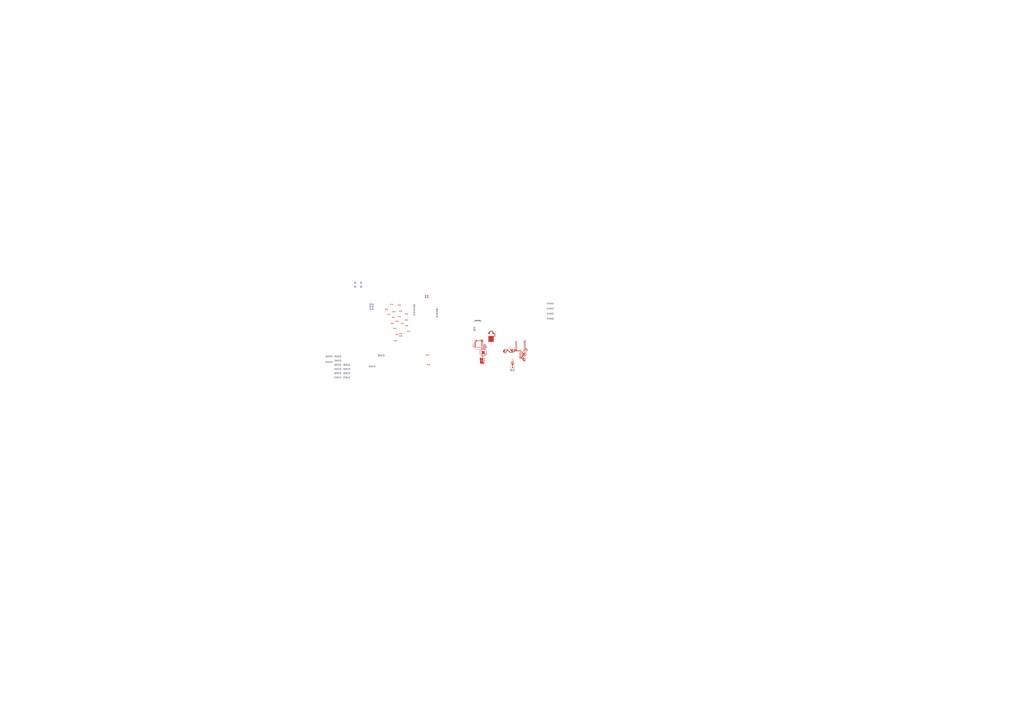
<source format=kicad_pcb>
(kicad_pcb (version 20241229) (generator "pcbnew") (generator_version "9.0")
  (layers (0 "F.Cu" signal) (2 "B.Cu" signal) (13 "F.Paste" user) (15 "B.Paste" user) (5 "F.SilkS" user "F.Silkscreen") (7 "B.SilkS" user "B.Silkscreen") (1 "F.Mask" user) (3 "B.Mask" user) (25 "Edge.Cuts" user))
  (net 0 "")
  (net 1 "GND")
  (net 2 "VBUS")
  (net 3 "+3V3")
  (net 4 "Net-(U1-VREG_VOUT)")
  (net 5 "+1V1")
  (net 6 "Net-(C15-Pad2)")
  (net 7 "/clock/XIN")
  (net 8 "Net-(C17-Pad1)")
  (net 9 "Net-(D1-A)")
  (net 10 "Net-(U5-OSC1)")
  (net 11 "Net-(U4-VREF)")
  (net 12 "Net-(D2-K)")
  (net 13 "Net-(D2-A)")
  (net 14 "Net-(D3-K)")
  (net 16 "/usb/USB_D-")
  (net 20 "/usb/USB_D+")
  (net 21 "Net-(J2-Pin_1)")
  (net 22 "/SWCLK")
  (net 23 "/RESET")
  (net 24 "/SWD")
  (net 25 "/can/CANL")
  (net 26 "/can/CANH")
  (net 27 "/can/CLKOUT")
  (net 28 "/SPI1_SCK")
  (net 29 "/SPI1_TX")
  (net 30 "/SPI1_RX")
  (net 31 "/SPI1_CSn")
  (net 32 "/I2C1_SDA")
  (net 33 "/I2C1_SCL")
  (net 34 "/PWM0")
  (net 35 "/PWM1")
  (net 36 "/PWM2")
  (net 37 "/PWM3")
  (net 38 "/ADC0")
  (net 39 "/ADC1")
  (net 40 "/ADC2")
  (net 41 "/ADC3")
  (net 42 "/GPIO0")
  (net 43 "/GPIO1")
  (net 44 "/GPIO2")
  (net 45 "/GPIO3")
  (net 46 "/GPIO4")
  (net 47 "/GPIO5")
  (net 48 "/GPIO6")
  (net 49 "/GPIO7")
  (net 50 "/GPIO12")
  (net 51 "/GPIO13")
  (net 52 "/storage/QSPI_SS")
  (net 53 "/clock/XOUT")
  (net 54 "Net-(U1-USB_DP)")
  (net 55 "Net-(U1-USB_DM)")
  (net 56 "Net-(U5-~{RESET})")
  (net 57 "Net-(U5-OSC2)")
  (net 58 "Net-(U4-RS)")
  (net 59 "/storage/QSPI_SD3")
  (net 60 "/storage/QSPI_SD1")
  (net 61 "/storage/QSPI_SD2")
  (net 62 "/SPI0_TX")
  (net 63 "/storage/QSPI_SD0")
  (net 64 "/SPI0_CSn")
  (net 65 "/CAN_INT")
  (net 66 "/storage/QSPI_SCLK")
  (net 67 "/SPI0_RX")
  (net 68 "/SPI0_SCK")
  (net 69 "/can/TXCAN")
  (net 70 "/can/RXCAN")
  (footprint "Package_TO_SOT_SMD:TO-252-2" (layer "F.Cu") (at 203.8 104.8 -90)
    (property "Reference" "U2")
    (property "Value" "NCP1117-3.3_TO252")
  )
  (footprint "Capacitor_SMD:C_0603_1608Metric_Pad1.08x0.95mm_HandSolder" (layer "F.Cu") (at 90 74)
    (property "Reference" "C11")
    (property "Value" "1u")
  )
  (footprint "Button_Switch_THT:SW_PUSH_6mm_H5mm" (layer "F.Cu") (at 56 44.75)
    (property "Reference" "SW1")
    (property "Value" "SW_Push")
  )
  (footprint "TestPoint:TestPoint_Pad_1.0x1.0mm" (layer "F.Cu") (at 243 118.54 180)
    (property "Reference" "J7")
    (property "Value" "Conn_01x01_Pin")
  )
  (footprint "Package_SO:SOIC-8_5.3x5.3mm_P1.27mm" (layer "F.Cu") (at 190.3125 111.465)
    (property "Reference" "U3")
    (property "Value" "W25Q128JVS")
  )
  (footprint "Capacitor_SMD:C_0603_1608Metric_Pad1.08x0.95mm_HandSolder" (layer "F.Cu") (at 219.4 117.8 180)
    (property "Reference" "C18")
    (property "Value" "100n")
  )
  (footprint "Resistor_SMD:R_0603_1608Metric_Pad0.98x0.95mm_HandSolder" (layer "F.Cu") (at 187.0125 107.765)
    (property "Reference" "R2")
    (property "Value" "1k")
  )
  (footprint "Connector_PinHeader_2.54mm:PinHeader_1x03_P2.54mm_Vertical" (layer "F.Cu") (at 44.36 138.78 90)
    (property "Reference" "J24")
    (property "Value" "Conn_01x03_Pin")
  )
  (footprint "Capacitor_SMD:C_0603_1608Metric_Pad1.08x0.95mm_HandSolder" (layer "F.Cu") (at 97.3875 82.5)
    (property "Reference" "C5")
    (property "Value" "100n")
  )
  (footprint "Connector_PinHeader_2.54mm:PinHeader_1x03_P2.54mm_Vertical" (layer "F.Cu") (at 34.69 134.19 90)
    (property "Reference" "J19")
    (property "Value" "Conn_01x03_Pin")
  )
  (footprint "Resistor_SMD:R_0603_1608Metric_Pad0.98x0.95mm_HandSolder" (layer "F.Cu") (at 196.6 128.4375 -90)
    (property "Reference" "R3")
    (property "Value" "1k")
  )
  (footprint "Capacitor_SMD:C_0603_1608Metric_Pad1.08x0.95mm_HandSolder" (layer "F.Cu") (at 193.6 132.35 180)
    (property "Reference" "C15")
    (property "Value" "15p")
  )
  (footprint "Capacitor_SMD:C_0603_1608Metric_Pad1.08x0.95mm_HandSolder" (layer "F.Cu") (at 239.2 128.14 -90)
    (property "Reference" "C22")
    (property "Value" "100n")
  )
  (footprint "Capacitor_SMD:C_0603_1608Metric_Pad1.08x0.95mm_HandSolder" (layer "F.Cu") (at 105.47 100.32)
    (property "Reference" "C19")
    (property "Value" "30p")
  )
  (footprint "Connector_PinHeader_2.54mm:PinHeader_2x03_P2.54mm_Vertical" (layer "F.Cu") (at 72.475 68.46)
    (property "Reference" "J8")
    (property "Value" "Conn_02x03_Odd_Even")
  )
  (footprint "Capacitor_SMD:C_0603_1608Metric_Pad1.08x0.95mm_HandSolder" (layer "F.Cu") (at 111.75 78.75)
    (property "Reference" "C4")
    (property "Value" "100n")
  )
  (footprint "Capacitor_SMD:C_0603_1608Metric_Pad1.08x0.95mm_HandSolder" (layer "F.Cu") (at 111.6375 85.5)
    (property "Reference" "C9")
    (property "Value" "100n")
  )
  (footprint "Resistor_SMD:R_0603_1608Metric_Pad0.98x0.95mm_HandSolder" (layer "F.Cu") (at 236 126.34)
    (property "Reference" "R10")
    (property "Value" "10k")
  )
  (footprint "Package_DFN_QFN:QFN-56-1EP_7x7mm_P0.4mm_EP3.2x3.2mm" (layer "F.Cu") (at 195.3 120.9)
    (property "Reference" "U1")
    (property "Value" "RP2040")
  )
  (footprint "Connector_PinHeader_2.54mm:PinHeader_1x03_P2.54mm_Vertical" (layer "F.Cu") (at 270.58 78.5 -90)
    (property "Reference" "J11")
    (property "Value" "PWM1")
  )
  (footprint "Capacitor_SMD:C_0603_1608Metric_Pad1.08x0.95mm_HandSolder" (layer "F.Cu") (at 193.6 127.35)
    (property "Reference" "C16")
    (property "Value" "15p")
  )
  (footprint "Connector_PinHeader_2.54mm:PinHeader_1x03_P2.54mm_Vertical" (layer "F.Cu") (at 34.69 147.96 90)
    (property "Reference" "J16")
    (property "Value" "Conn_01x03_Pin")
  )
  (footprint "LED_SMD:LED_0603_1608Metric_Pad1.05x0.95mm_HandSolder" (layer "F.Cu") (at 135.875 134)
    (property "Reference" "D3")
    (property "Value" "LED_Small")
  )
  (footprint "Capacitor_SMD:C_0603_1608Metric_Pad1.08x0.95mm_HandSolder" (layer "F.Cu") (at 203.735 97.56)
    (property "Reference" "C1")
    (property "Value" "10u")
  )
  (footprint "Capacitor_SMD:C_0603_1608Metric_Pad1.08x0.95mm_HandSolder" (layer "F.Cu") (at 103.8875 69.25)
    (property "Reference" "C6")
    (property "Value" "100n")
  )
  (footprint "Connector_PinHeader_2.54mm:PinHeader_1x03_P2.54mm_Vertical" (layer "F.Cu") (at 34.69 138.78 90)
    (property "Reference" "J18")
    (property "Value" "Conn_01x03_Pin")
  )
  (footprint "Capacitor_SMD:C_0603_1608Metric_Pad1.08x0.95mm_HandSolder" (layer "F.Cu") (at 99.8875 108)
    (property "Reference" "C17")
    (property "Value" "100n")
  )
  (footprint "Connector_PinHeader_2.54mm:PinHeader_1x03_P2.54mm_Vertical" (layer "F.Cu") (at 270.58 84 -90)
    (property "Reference" "J10")
    (property "Value" "PWM0")
  )
  (footprint "Connector_PinHeader_2.54mm:PinHeader_1x03_P2.54mm_Vertical" (layer "F.Cu") (at 71.96 136 90)
    (property "Reference" "J26")
    (property "Value" "Conn_01x03_Pin")
  )
  (footprint "Capacitor_SMD:C_0603_1608Metric_Pad1.08x0.95mm_HandSolder" (layer "F.Cu") (at 240.8 128.14 -90)
    (property "Reference" "C23")
    (property "Value" "1u")
  )
  (footprint "Connector_PinHeader_2.54mm:PinHeader_1x02_P2.54mm_Vertical" (layer "F.Cu") (at 185.75 96.175 180)
    (property "Reference" "J2")
    (property "Value" "Conn_01x02_Pin")
  )
  (footprint "Capacitor_SMD:C_0603_1608Metric_Pad1.08x0.95mm_HandSolder" (layer "F.Cu") (at 112.1375 91.75)
    (property "Reference" "C12")
    (property "Value" "100n")
  )
  (footprint "Connector_PinHeader_2.54mm:PinHeader_1x03_P2.54mm_Vertical" (layer "F.Cu") (at 34.69 125.01 90)
    (property "Reference" "J21")
    (property "Value" "Conn_01x03_Pin")
  )
  (footprint "Connector_PinHeader_2.54mm:PinHeader_1x02_P2.54mm_Vertical" (layer "F.Cu") (at 225.9 140.1 90)
    (property "Reference" "J6")
    (property "Value" "Conn_01x02_Pin")
  )
  (footprint "ABM8-272-T3:XTAL_ABM8-272-T3" (layer "F.Cu") (at 193.6 129.85 -90)
    (property "Reference" "Y1")
    (property "Value" "ABM8-272-T3")
  )
  (footprint "Connector_PinHeader_2.54mm:PinHeader_1x03_P2.54mm_Vertical" (layer "F.Cu") (at 44.36 143.37 90)
    (property "Reference" "J23")
    (property "Value" "Conn_01x03_Pin")
  )
  (footprint "Connector_PinHeader_2.54mm:PinHeader_1x03_P2.54mm_Vertical" (layer "F.Cu") (at 25.02 125.01 90)
    (property "Reference" "J15")
    (property "Value" "Conn_01x03_Pin")
  )
  (footprint "Resistor_SMD:R_0603_1608Metric_Pad0.98x0.95mm_HandSolder" (layer "F.Cu") (at 228 117.8)
    (property "Reference" "R7")
    (property "Value" "1k")
  )
  (footprint "Capacitor_SMD:C_0603_1608Metric_Pad1.08x0.95mm_HandSolder" (layer "F.Cu") (at 208.0725 101.8975 90)
    (property "Reference" "C2")
    (property "Value" "10u")
  )
  (footprint "Capacitor_SMD:C_0603_1608Metric_Pad1.08x0.95mm_HandSolder" (layer "F.Cu") (at 227.175 135.7 -90)
    (property "Reference" "C21")
    (property "Value" "4.7n")
  )
  (footprint "Resistor_SMD:R_0603_1608Metric_Pad0.98x0.95mm_HandSolder" (layer "F.Cu") (at 226.375 132.3 90)
    (property "Reference" "R12")
    (property "Value" "60R")
  )
  (footprint "SN65HVD230DR:SOIC127P599X175-8N" (layer "F.Cu") (at 238 122.74 180)
    (property "Reference" "U4")
    (property "Value" "SN65HVD230DR")
  )
  (footprint "Diode_SMD:D_SOD-123" (layer "F.Cu") (at 223.6 118.2)
    (property "Reference" "D1")
    (property "Value" "1N4148W")
  )
  (footprint "Capacitor_SMD:C_0603_1608Metric_Pad1.08x0.95mm_HandSolder" (layer "F.Cu") (at 105.47 102.83)
    (property "Reference" "C20")
    (property "Value" "30p")
  )
  (footprint "Connector_PinHeader_2.54mm:PinHeader_1x04_P2.54mm_Vertical" (layer "F.Cu") (at 145 73.92)
    (property "Reference" "J9")
    (property "Value" "Conn_01x04_Pin")
  )
  (footprint "Connector_PinHeader_2.54mm:PinHeader_1x03_P2.54mm_Vertical" (layer "F.Cu") (at 34.69 143.37 90)
    (property "Reference" "J17")
    (property "Value" "Conn_01x03_Pin")
  )
  (footprint "Resistor_SMD:R_0603_1608Metric_Pad0.98x0.95mm_HandSolder" (layer "F.Cu") (at 92.5875 79.25)
    (property "Reference" "R13")
    (property "Value" "220R")
  )
  (footprint "Resistor_SMD:R_0603_1608Metric_Pad0.98x0.95mm_HandSolder" (layer "F.Cu") (at 114.17 97.81)
    (property "Reference" "R9")
    (property "Value" "1k")
  )
  (footprint "Resistor_SMD:R_0603_1608Metric_Pad0.98x0.95mm_HandSolder" (layer "F.Cu") (at 104 81.75)
    (property "Reference" "R4")
    (property "Value" "27R")
  )
  (footprint "Capacitor_SMD:C_0603_1608Metric_Pad1.08x0.95mm_HandSolder" (layer "F.Cu") (at 105.5 75.75)
    (property "Reference" "C3")
    (property "Value" "100n")
  )
  (footprint "Connector_PinHeader_2.54mm:PinHeader_1x03_P2.54mm_Vertical" (layer "F.Cu") (at 25.02 131.19 90)
    (property "Reference" "J14")
    (property "Value" "Conn_01x03_Pin")
  )
  (footprint "Capacitor_SMD:C_0603_1608Metric_Pad1.08x0.95mm_HandSolder" (layer "F.Cu") (at 193.8125 107.765)
    (property "Reference" "C14")
    (property "Value" "100n")
  )
  (footprint "Resistor_SMD:R_0603_1608Metric_Pad0.98x0.95mm_HandSolder" (layer "F.Cu") (at 190.4125 107.765 180)
    (property "Reference" "R1")
    (property "Value" "10k")
  )
  (footprint "Capacitor_SMD:C_0603_1608Metric_Pad1.08x0.95mm_HandSolder" (layer "F.Cu") (at 219.4 121 180)
    (property "Reference" "C24")
    (property "Value" "100n")
  )
  (footprint "Resistor_SMD:R_0603_1608Metric_Pad0.98x0.95mm_HandSolder" (layer "F.Cu") (at 107 89.25)
    (property "Reference" "R5")
    (property "Value" "27R")
  )
  (footprint "Connector_PinHeader_2.54mm:PinHeader_1x03_P2.54mm_Vertical" (layer "F.Cu") (at 44.36 147.96 90)
    (property "Reference" "J22")
    (property "Value" "Conn_01x03_Pin")
  )
  (footprint "Connector_PinHeader_2.54mm:PinHeader_1x03_P2.54mm_Vertical" (layer "F.Cu") (at 81.96 124 90)
    (property "Reference" "J27")
    (property "Value" "Conn_01x03_Pin")
  )
  (footprint "Capacitor_SMD:C_0603_1608Metric_Pad1.08x0.95mm_HandSolder" (layer "F.Cu") (at 101.5 101.25)
    (property "Reference" "C8")
    (property "Value" "100n")
  )
  (footprint "Resistor_SMD:R_0603_1608Metric_Pad0.98x0.95mm_HandSolder" (layer "F.Cu") (at 227.975 132.3 -90)
    (property "Reference" "R11")
    (property "Value" "60R")
  )
  (footprint "Connector_PinHeader_2.54mm:PinHeader_1x03_P2.54mm_Vertical" (layer "F.Cu") (at 44.36 134.19 90)
    (property "Reference" "J25")
    (property "Value" "Conn_01x03_Pin")
  )
  (footprint "Connector_PinHeader_2.54mm:PinHeader_1x03_P2.54mm_Vertical" (layer "F.Cu") (at 34.69 129.6 90)
    (property "Reference" "J20")
    (property "Value" "Conn_01x03_Pin")
  )
  (footprint "Capacitor_SMD:C_0603_1608Metric_Pad1.08x0.95mm_HandSolder" (layer "F.Cu") (at 98.1125 76.5)
    (property "Reference" "C10")
    (property "Value" "1u")
  )
  (footprint "Resistor_SMD:R_0603_1608Metric_Pad0.98x0.95mm_HandSolder" (layer "F.Cu") (at 95.5 68.5)
    (property "Reference" "R6")
    (property "Value" "10k")
  )
  (footprint "Connector_USB:USB_C_Plug_Molex_105444" (layer "F.Cu") (at 189.25 86)
    (property "Reference" "J1")
    (property "Value" "USB_C_Receptacle_USB2.0_16P")
  )
  (footprint "Connector_PinHeader_2.54mm:PinHeader_1x03_P2.54mm_Vertical" (layer "F.Cu") (at 270.58 73 -90)
    (property "Reference" "J12")
    (property "Value" "PWM2")
  )
  (footprint "LED_SMD:LED_0603_1608Metric_Pad1.05x0.95mm_HandSolder" (layer "F.Cu") (at 134.5 123.5)
    (property "Reference" "D2")
    (property "Value" "LED_Small")
  )
  (footprint "ABM8-16.000MHZ-B2-T:XTAL_ABM8-16.000MHZ-B2-T" (layer "F.Cu") (at 133.75 60 -90)
    (property "Reference" "Y2")
    (property "Value" "ABM8-16.000MHZ-B2-T")
  )
  (footprint "Connector_PinHeader_2.54mm:PinHeader_1x05_P2.54mm_Vertical" (layer "F.Cu") (at 120.25 69.42)
    (property "Reference" "J5")
    (property "Value" "Conn_01x05_Pin")
  )
  (footprint "Resistor_SMD:R_0603_1608Metric_Pad0.98x0.95mm_HandSolder" (layer "F.Cu") (at 228 119.6 180)
    (property "Reference" "R8")
    (property "Value" "10k")
  )
  (footprint "Capacitor_SMD:C_0603_1608Metric_Pad1.08x0.95mm_HandSolder" (layer "F.Cu") (at 219.4 119.4 180)
    (property "Reference" "C25")
    (property "Value" "1n")
  )
  (footprint "Connector_PinHeader_2.54mm:PinHeader_1x03_P2.54mm_Vertical" (layer "F.Cu") (at 270.58 67.5 -90)
    (property "Reference" "J13")
    (property "Value" "PWM3")
  )
  (footprint "Capacitor_SMD:C_0603_1608Metric_Pad1.08x0.95mm_HandSolder" (layer "F.Cu") (at 101.3625 87)
    (property "Reference" "C13")
    (property "Value" "100n")
  )
  (footprint "Resistor_SMD:R_0603_1608Metric_Pad0.98x0.95mm_HandSolder" (layer "F.Cu") (at 99.12 94.63)
    (property "Reference" "R14")
    (property "Value" "220R")
  )
  (footprint "Capacitor_SMD:C_0603_1608Metric_Pad1.08x0.95mm_HandSolder" (layer "F.Cu") (at 96.25 89.25)
    (property "Reference" "C7")
    (property "Value" "100n")
  )
  (footprint "Package_SO:SOIC-18W_7.5x11.6mm_P1.27mm" (layer "F.Cu") (at 235.8 113.94 180)
    (property "Reference" "U5")
    (property "Value" "MCP2515-xSO")
  )
  (segment (start 240.8 129.0025) (end 240.8 129.2) (width 0.75) (layer "F.Cu") (net 1))
  (segment (start 217.2 119) (end 217.2 119.8) (width 0.75) (layer "F.Cu") (net 1))
  (segment (start 194.675 107.765) (end 194.665 107.765) (width 0.2) (layer "F.Cu") (net 1))
  (segment (start 197.3 122.9) (end 195.3 120.9) (width 0.5) (layer "F.Cu") (net 1))
  (segment (start 236.9 126.34) (end 235.9 127.34) (width 0.75) (layer "F.Cu") (net 1))
  (segment (start 194.3 121.9) (end 195.3 120.9) (width 0.199) (layer "F.Cu") (net 1))
  (segment (start 206.08 99.76) (end 206.08 99.0425) (width 0.9) (layer "F.Cu") (net 1))
  (segment (start 192.575 128.975) (end 194.325 130.725) (width 0.5) (layer "F.Cu") (net 1))
  (segment (start 218.5375 121) (end 218.5375 119.4) (width 0.75) (layer "F.Cu") (net 1))
  (segment (start 186.725 113.37) (end 186.725 114.025) (width 0.5) (layer "F.Cu") (net 1))
  (segment (start 194.4625 132.35) (end 195.35 132.35) (width 1) (layer "F.Cu") (net 1))
  (segment (start 194.3 124.3375) (end 194.3 121.9) (width 0.199) (layer "F.Cu") (net 1))
  (segment (start 191.85 127.35) (end 191.6 127.1) (width 0.75) (layer "F.Cu") (net 1))
  (segment (start 240.8 129.2) (end 240 130) (width 1) (layer "F.Cu") (net 1))
  (segment (start 239.2 129.0025) (end 239.2 129.2) (width 0.75) (layer "F.Cu") (net 1))
  (segment (start 206.7975 99.76) (end 207.235 100.1975) (width 0.9) (layer "F.Cu") (net 1))
  (segment (start 186.725 113.37) (end 186.725 114.075) (width 0.5) (layer "F.Cu") (net 1))
  (segment (start 237.9 127.7025) (end 237.9 127.34) (width 0.75) (layer "F.Cu") (net 1))
  (segment (start 240.8 129.0025) (end 239.2 129.0025) (width 0.75) (layer "F.Cu") (net 1))
  (segment (start 195.35 132.35) (end 195.6 132.1) (width 1) (layer "F.Cu") (net 1))
  (segment (start 192.7375 127.35) (end 192.7375 128.6875) (width 1.5) (layer "F.Cu") (net 1))
  (segment (start 194.4625 132.35) (end 194.4625 131.0125) (width 1.5) (layer "F.Cu") (net 1))
  (segment (start 240.45 108.86) (end 240.45 108.55) (width 0.75) (layer "F.Cu") (net 1))
  (segment (start 240.8 129.34) (end 240.8 129.0025) (width 0.75) (layer "F.Cu") (net 1))
  (segment (start 186.725 114.075) (end 186.5 114.3) (width 0.5) (layer "F.Cu") (net 1))
  (segment (start 192.976869 127.35) (end 194.3 126.026869) (width 0.199) (layer "F.Cu") (net 1))
  (segment (start 194.325 130.725) (end 194.75 130.725) (width 0.5) (layer "F.Cu") (net 1))
  (segment (start 236.9125 125.947501) (end 236.9125 126.34) (width 0.75) (layer "F.Cu") (net 1))
  (segment (start 217.6 119.4) (end 217.2 119) (width 0.75) (layer "F.Cu") (net 1))
  (segment (start 207.235 100.1975) (end 208.0725 101.035) (width 0.9) (layer "F.Cu") (net 1))
  (segment (start 206.08 99.0425) (end 205.435 98.3975) (width 0.9) (layer "F.Cu") (net 1))
  (segment (start 218.5375 117.8) (end 218.4 117.8) (width 0.75) (layer "F.Cu") (net 1))
  (segment (start 205.435 98.3975) (end 204.5975 97.56) (width 0.9) (layer "F.Cu") (net 1))
  (segment (start 236.9125 126.34) (end 236.9125 126.3525) (width 0.75) (layer "F.Cu") (net 1))
  (segment (start 193.3 122.9) (end 195.3 120.9) (width 0.5) (layer "F.Cu") (net 1))
  (segment (start 192.7375 127.35) (end 192.976869 127.35) (width 0.199) (layer "F.Cu") (net 1))
  (segment (start 192.7375 127.35) (end 191.85 127.35) (width 0.75) (layer "F.Cu") (net 1))
  (segment (start 194.665 107.765) (end 193.8 106.9) (width 0.5) (layer "F.Cu") (net 1))
  (segment (start 238.91 123.95) (end 236.9125 125.947501) (width 0.75) (layer "F.Cu") (net 1))
  (segment (start 194.675 108.375) (end 195.2 108.9) (width 0.5) (layer "F.Cu") (net 1))
  (segment (start 239.485 123.375) (end 238.91 123.95) (width 0.75) (layer "F.Cu") (net 1))
  (segment (start 227.175 137.4) (end 227.475 137.7) (width 0.75) (layer "F.Cu") (net 1))
  (segment (start 239.2 129.0025) (end 237.9 127.7025) (width 0.75) (layer "F.Cu") (net 1))
  (segment (start 193.3 118.9) (end 195.3 120.9) (width 0.5) (layer "F.Cu") (net 1))
  (segment (start 218.4 121) (end 217.2 119.8) (width 0.75) (layer "F.Cu") (net 1))
  (segment (start 240.47 123.375) (end 239.485 123.375) (width 0.75) (layer "F.Cu") (net 1))
  (segment (start 217.6 119.4) (end 217.2 119.8) (width 0.75) (layer "F.Cu") (net 1))
  (segment (start 240.45 108.55) (end 241.2 107.8) (width 0.75) (layer "F.Cu") (net 1))
  (segment (start 227.175 137.4) (end 226.875 137.7) (width 0.75) (layer "F.Cu") (net 1))
  (segment (start 236.9125 126.3525) (end 237.9 127.34) (width 0.75) (layer "F.Cu") (net 1))
  (segment (start 239.2 129.2) (end 240 130) (width 1) (layer "F.Cu") (net 1))
  (segment (start 191.85 127.35) (end 191.6 127.6) (width 0.75) (layer "F.Cu") (net 1))
  (segment (start 192.45 128.975) (end 192.575 128.975) (width 0.5) (layer "F.Cu") (net 1))
  (segment (start 227.175 136.5625) (end 227.175 137.4) (width 0.75) (layer "F.Cu") (net 1))
  (segment (start 218.5375 119.4) (end 217.6 119.4) (width 0.75) (layer "F.Cu") (net 1))
  (segment (start 218.5375 121) (end 218.4 121) (width 0.75) (layer "F.Cu") (net 1))
  (segment (start 239.2 129.34) (end 239.2 129.0025) (width 0.75) (layer "F.Cu") (net 1))
  (segment (start 186.725 114.025) (end 187 114.3) (width 0.5) (layer "F.Cu") (net 1))
  (segment (start 194.3 126.026869) (end 194.3 124.3375) (width 0.199) (layer "F.Cu") (net 1))
  (segment (start 236.9125 126.34) (end 236.9 126.34) (width 0.75) (layer "F.Cu") (net 1))
  (segment (start 194.4625 131.0125) (end 194.75 130.725) (width 1.5) (layer "F.Cu") (net 1))
  (segment (start 195.35 132.35) (end 195.6 132.6) (width 1) (layer "F.Cu") (net 1))
  (segment (start 194.675 107.765) (end 194.675 108.375) (width 0.5) (layer "F.Cu") (net 1))
  (segment (start 218.5375 119.4) (end 218.5375 117.8) (width 0.75) (layer "F.Cu") (net 1))
  (segment (start 218.4 117.8) (end 217.2 119) (width 0.75) (layer "F.Cu") (net 1))
  (segment (start 206.08 99.76) (end 206.7975 99.76) (width 0.9) (layer "F.Cu") (net 1))
  (segment (start 192.7375 128.6875) (end 192.45 128.975) (width 1.5) (layer "F.Cu") (net 1))
  (via (at 240 130) (size 0.6) (drill 0.3) (layers "F.Cu" "B.Cu") (net 1))
  (via (at 193.3 122.9) (size 0.6) (drill 0.3) (layers "F.Cu" "B.Cu") (net 1))
  (via (at 235.9 127.34) (size 0.6) (drill 0.3) (layers "F.Cu" "B.Cu") (net 1))
  (via (at 191.6 127.1) (size 0.6) (drill 0.3) (layers "F.Cu" "B.Cu") (net 1))
  (via (at 227.475 137.7) (size 0.6) (drill 0.3) (layers "F.Cu" "B.Cu") (net 1))
  (via (at 217.2 119.8) (size 0.6) (drill 0.3) (layers "F.Cu" "B.Cu") (net 1))
  (via (at 197.3 122.9) (size 0.6) (drill 0.3) (layers "F.Cu" "B.Cu") (net 1))
  (via (at 193.3 118.9) (size 0.6) (drill 0.3) (layers "F.Cu" "B.Cu") (net 1))
  (via (at 238.91 123.95) (size 0.6) (drill 0.3) (layers "F.Cu" "B.Cu") (net 1))
  (via (at 195.2 108.9) (size 0.6) (drill 0.3) (layers "F.Cu" "B.Cu") (net 1))
  (via (at 205.435 98.3975) (size 0.6) (drill 0.3) (layers "F.Cu" "B.Cu") (net 1))
  (via (at 191.6 127.6) (size 0.6) (drill 0.3) (layers "F.Cu" "B.Cu") (net 1))
  (via (at 217.2 119) (size 0.6) (drill 0.3) (layers "F.Cu" "B.Cu") (net 1))
  (via (at 237.9 127.34) (size 0.6) (drill 0.3) (layers "F.Cu" "B.Cu") (net 1))
  (via (at 193.8 106.9) (size 0.6) (drill 0.3) (layers "F.Cu" "B.Cu") (net 1))
  (via (at 187 114.3) (size 0.6) (drill 0.3) (layers "F.Cu" "B.Cu") (net 1))
  (via (at 226.875 137.7) (size 0.6) (drill 0.3) (layers "F.Cu" "B.Cu") (net 1))
  (via (at 186.5 114.3) (size 0.6) (drill 0.3) (layers "F.Cu" "B.Cu") (net 1))
  (via (at 195.6 132.6) (size 0.6) (drill 0.3) (layers "F.Cu" "B.Cu") (net 1))
  (via (at 195.6 132.1) (size 0.6) (drill 0.3) (layers "F.Cu" "B.Cu") (net 1))
  (via (at 207.235 100.1975) (size 0.6) (drill 0.3) (layers "F.Cu" "B.Cu") (net 1))
  (via (at 241.2 107.8) (size 0.6) (drill 0.3) (layers "F.Cu" "B.Cu") (net 1))
  (segment (start 202.8725 98.4075) (end 201.52 99.76) (width 0.75) (layer "F.Cu") (net 2))
  (segment (start 202.8725 97.56) (end 202.8725 98.4075) (width 0.75) (layer "F.Cu") (net 2))
  (segment (start 229.4925 119.02) (end 228.9125 119.6) (width 0.75) (layer "F.Cu") (net 3))
  (segment (start 195.5 115.5) (end 196.6 114.4) (width 0.2) (layer "F.Cu") (net 3))
  (segment (start 208.0725 102.76) (end 207.1 102.76) (width 0.75) (layer "F.Cu") (net 3))
  (segment (start 196.6 114.4) (end 196.6 111.8) (width 0.2) (layer "F.Cu") (net 3))
  (segment (start 197.5 117.4625) (end 197.5 116.4342) (width 0.2) (layer "F.Cu") (net 3))
  (segment (start 197.9 117.4625) (end 197.9 116.6) (width 0.2) (layer "F.Cu") (net 3))
  (segment (start 231.15 119.02) (end 235.95 119.02) (width 0.75) (layer "F.Cu") (net 3))
  (segment (start 195.9 115.7) (end 197 114.6) (width 0.2) (layer "F.Cu") (net 3))
  (segment (start 193.9 109.56) (end 193.9 108.715) (width 0.75) (layer "F.Cu") (net 3))
  (segment (start 195.5 124.3375) (end 195.5 123.7) (width 0.2) (layer "F.Cu") (net 3))
  (segment (start 240.47 122.105) (end 240.965 122.105) (width 0.2) (layer "F.Cu") (net 3))
  (segment (start 239.2 127.2775) (end 240.8 127.2775) (width 0.75) (layer "F.Cu") (net 3))
  (segment (start 198.603 115.3312) (end 198.603 113.3) (width 0.2) (layer "F.Cu") (net 3))
  (segment (start 237.5 123.64) (end 239.035 122.105) (width 0.75) (layer "F.Cu") (net 3))
  (segment (start 197.999 122.105226) (end 198.204226 121.9) (width 0.2) (layer "F.Cu") (net 3))
  (segment (start 239.2 127.2775) (end 239.2 126.54) (width 0.75) (layer "F.Cu") (net 3))
  (segment (start 235.95 119.02) (end 239.035 122.105) (width 0.75) (layer "F.Cu") (net 3))
  (segment (start 197.449943 123.6) (end 197.999 123.050943) (width 0.2) (layer "F.Cu") (net 3))
  (segment (start 193.9 108.715) (end 192.95 107.765) (width 0.75) (layer "F.Cu") (net 3))
  (segment (start 198.3 116.2) (end 199 115.5) (width 0.2) (layer "F.Cu") (net 3))
  (segment (start 240.965 122.105) (end 241 122.14) (width 0.2) (layer "F.Cu") (net 3))
  (segment (start 199 115.5) (end 199 113.5) (width 0.2) (layer "F.Cu") (net 3))
  (segment (start 192.95 107.765) (end 191.325 107.765) (width 0.75) (layer "F.Cu") (net 3))
  (segment (start 197.999 123.050943) (end 197.999 122.105226) (width 0.2) (layer "F.Cu") (net 3))
  (segment (start 207.1 102.76) (end 203.8 106.06) (width 0.75) (layer "F.Cu") (net 3))
  (segment (start 220.75 119.4) (end 220.2625 119.4) (width 0.75) (layer "F.Cu") (net 3))
  (segment (start 197.5 116.4342) (end 198.0671 115.8671) (width 0.2) (layer "F.Cu") (net 3))
  (segment (start 195.6 123.6) (end 197.449943 123.6) (width 0.2) (layer "F.Cu") (net 3))
  (segment (start 197 114.6) (end 197 111.6) (width 0.2) (layer "F.Cu") (net 3))
  (segment (start 195.5 117.4625) (end 195.5 115.5) (width 0.2) (layer "F.Cu") (net 3))
  (segment (start 220.2625 119.4) (end 220.2625 121) (width 0.75) (layer "F.Cu") (net 3))
  (segment (start 198.0671 115.8671) (end 198.603 115.3312) (width 0.2) (layer "F.Cu") (net 3))
  (segment (start 198.204226 121.9) (end 198.7375 121.9) (width 0.2) (layer "F.Cu") (net 3))
  (segment (start 239.035 122.105) (end 240.47 122.105) (width 0.75) (layer "F.Cu") (net 3))
  (segment (start 239.2 126.54) (end 238.6 125.94) (width 0.75) (layer "F.Cu") (net 3))
  (segment (start 195.9 117.4625) (end 195.9 115.7) (width 0.2) (layer "F.Cu") (net 3))
  (segment (start 227.8615 120.651) (end 228.9125 119.6) (width 0.75) (layer "F.Cu") (net 3))
  (segment (start 221.95 118.2) (end 224.401 120.651) (width 0.75) (layer "F.Cu") (net 3))
  (segment (start 221.95 118.2) (end 220.75 119.4) (width 0.75) (layer "F.Cu") (net 3))
  (segment (start 195.5 123.7) (end 195.6 123.6) (width 0.2) (layer "F.Cu") (net 3))
  (segment (start 197.9 116.6) (end 198.3 116.2) (width 0.2) (layer "F.Cu") (net 3))
  (segment (start 224.401 120.651) (end 227.8615 120.651) (width 0.75) (layer "F.Cu") (net 3))
  (segment (start 231.15 119.02) (end 229.4925 119.02) (width 0.75) (layer "F.Cu") (net 3))
  (via (at 237.5 123.64) (size 0.6) (drill 0.3) (layers "F.Cu" "B.Cu") (net 3))
  (via (at 238.6 125.94) (size 0.6) (drill 0.3) (layers "F.Cu" "B.Cu") (net 3))
  (segment (start 237.5 123.64) (end 237.5 124.84) (width 0.75) (layer "B.Cu") (net 3))
  (segment (start 237.5 124.84) (end 238.6 125.94) (width 0.75) (layer "B.Cu") (net 3))
  (segment (start 197.1 117.4625) (end 197.1 116.5) (width 0.2) (layer "F.Cu") (net 4))
  (segment (start 197.1 116.2671) (end 198.202 115.1651) (width 0.2) (layer "F.Cu") (net 4))
  (segment (start 195.1 117.4625) (end 195.1 115.3) (width 0.2) (layer "F.Cu") (net 4))
  (segment (start 196.2 114.2) (end 196.2 110.8) (width 0.2) (layer "F.Cu") (net 4))
  (segment (start 198.202 115.1651) (end 198.202 112.2) (width 0.2) (layer "F.Cu") (net 4))
  (segment (start 195.1 115.3) (end 196.2 114.2) (width 0.2) (layer "F.Cu") (net 4))
  (segment (start 197.1 116.5) (end 197.1 116.2671) (width 0.2) (layer "F.Cu") (net 4))
  (segment (start 193.7885 133.401) (end 195.931786 133.401) (width 0.2) (layer "F.Cu") (net 6))
  (segment (start 192.7615 131.0115) (end 192.7615 132.35) (width 1.5) (layer "F.Cu") (net 6))
  (segment (start 195.931786 133.401) (end 196.6 132.732786) (width 0.2) (layer "F.Cu") (net 6))
  (segment (start 192.45 130.725) (end 192.475 130.725) (width 1.5) (layer "F.Cu") (net 6))
  (segment (start 192.475 130.725) (end 192.7615 131.0115) (width 1.5) (layer "F.Cu") (net 6))
  (segment (start 192.7375 132.35) (end 193.7885 133.401) (width 0.2) (layer "F.Cu") (net 6))
  (segment (start 196.6 132.732786) (end 196.6 129.35) (width 0.2) (layer "F.Cu") (net 6))
  (segment (start 194.7 124.3375) (end 194.7 127.1125) (width 0.199) (layer "F.Cu") (net 7))
  (segment (start 194.4625 127.35) (end 194.4625 128.6875) (width 1.5) (layer "F.Cu") (net 7))
  (segment (start 194.7 127.1125) (end 194.4625 127.35) (width 0.199) (layer "F.Cu") (net 7))
  (segment (start 194.4625 128.6875) (end 194.75 128.975) (width 1.5) (layer "F.Cu") (net 7))
  (segment (start 220.2625 117.4375) (end 220.2625 117.8) (width 0.2) (layer "F.Cu") (net 9))
  (segment (start 225.25 117.65) (end 224.4 116.8) (width 0.2) (layer "F.Cu") (net 9))
  (segment (start 225.65 117.8) (end 225.25 118.2) (width 0.75) (layer "F.Cu") (net 9))
  (segment (start 227.0875 117.8) (end 225.65 117.8) (width 0.75) (layer "F.Cu") (net 9))
  (segment (start 227.0875 117.8) (end 227.0875 119.6) (width 0.75) (layer "F.Cu") (net 9))
  (segment (start 220.9 116.8) (end 220.2625 117.4375) (width 0.2) (layer "F.Cu") (net 9))
  (segment (start 225.25 118.2) (end 225.25 117.65) (width 0.2) (layer "F.Cu") (net 9))
  (segment (start 224.4 116.8) (end 220.9 116.8) (width 0.2) (layer "F.Cu") (net 9))
  (segment (start 227.0875 119.6) (end 226.65 119.6) (width 0.75) (layer "F.Cu") (net 9))
  (segment (start 226.65 119.6) (end 225.25 118.2) (width 0.75) (layer "F.Cu") (net 9))
  (segment (start 236.9 122.44) (end 236.9 121.14) (width 0.2) (layer "F.Cu") (net 11))
  (segment (start 227.175 134.0125) (end 226.375 133.2125) (width 0.75) (layer "F.Cu") (net 11))
  (segment (start 226.375 133.2125) (end 227.175 132.4125) (width 0.2) (layer "F.Cu") (net 11))
  (segment (start 236.595 120.835) (end 235.53 120.835) (width 0.2) (layer "F.Cu") (net 11))
  (segment (start 236.9 121.14) (end 236.595 120.835) (width 0.2) (layer "F.Cu") (net 11))
  (segment (start 227.175 132.4125) (end 227.175 126.9) (width 0.2) (layer "F.Cu") (net 11))
  (segment (start 227.975 133.2125) (end 226.375 133.2125) (width 0.75) (layer "F.Cu") (net 11))
  (segment (start 236.6 122.74) (end 236.9 122.44) (width 0.2) (layer "F.Cu") (net 11))
  (segment (start 227.175 134.0125) (end 227.975 133.2125) (width 0.75) (layer "F.Cu") (net 11))
  (segment (start 226.375 133.2125) (end 226.3625 133.2125) (width 0.5) (layer "F.Cu") (net 11))
  (segment (start 227.175 134.8375) (end 227.175 134.0125) (width 0.75) (layer "F.Cu") (net 11))
  (segment (start 226.54 127.97) (end 226.54 131.2225) (width 0.2) (layer "F.Cu") (net 25))
  (segment (start 225.375 139.575) (end 225.9 140.1) (width 0.2) (layer "F.Cu") (net 25))
  (segment (start 226.375 131.3875) (end 225.375 132.3875) (width 0.2) (layer "F.Cu") (net 25))
  (segment (start 226.54 131.2225) (end 226.375 131.3875) (width 0.2) (layer "F.Cu") (net 25))
  (segment (start 225.375 132.3875) (end 225.375 139.575) (width 0.2) (layer "F.Cu") (net 25))
  (segment (start 227.975 131.3875) (end 228.975 132.3875) (width 0.2) (layer "F.Cu") (net 26))
  (segment (start 228.975 139.565) (end 228.44 140.1) (width 0.2) (layer "F.Cu") (net 26))
  (segment (start 227.81 127.97) (end 227.81 131.2225) (width 0.2) (layer "F.Cu") (net 26))
  (segment (start 228.975 132.3875) (end 228.975 139.565) (width 0.2) (layer "F.Cu") (net 26))
  (segment (start 227.81 131.2225) (end 227.975 131.3875) (width 0.2) (layer "F.Cu") (net 26))
  (segment (start 240.45 116.48) (end 241.474999 116.48) (width 0.75) (layer "F.Cu") (net 27))
  (segment (start 243 118.005001) (end 243 118.54) (width 0.75) (layer "F.Cu") (net 27))
  (segment (start 241.474999 116.48) (end 243 118.005001) (width 0.75) (layer "F.Cu") (net 27))
  (segment (start 186.725 109.56) (end 185.74 109.56) (width 0.2) (layer "F.Cu") (net 52))
  (segment (start 185.74 109.56) (end 184.1 111.2) (width 0.2) (layer "F.Cu") (net 52))
  (segment (start 187.925 107.765) (end 187.925 108.36) (width 0.75) (layer "F.Cu") (net 52))
  (segment (start 189.5 107.765) (end 187.925 107.765) (width 0.75) (layer "F.Cu") (net 52))
  (segment (start 184.1 114.3) (end 187.2625 117.4625) (width 0.2) (layer "F.Cu") (net 52))
  (segment (start 184.1 111.2) (end 184.1 114.3) (width 0.2) (layer "F.Cu") (net 52))
  (segment (start 187.925 108.36) (end 186.725 109.56) (width 0.75) (layer "F.Cu") (net 52))
  (segment (start 187.2625 117.4625) (end 192.7 117.4625) (width 0.2) (layer "F.Cu") (net 52))
  (segment (start 196.6 127.525) (end 195.1 126.025) (width 0.199) (layer "F.Cu") (net 53))
  (segment (start 195.1 126.025) (end 195.1 124.3375) (width 0.199) (layer "F.Cu") (net 53))
  (segment (start 196.3 117.4625) (end 196.3 115.9) (width 0.2) (layer "F.Cu") (net 54))
  (segment (start 197.4 114.8) (end 197.4 112) (width 0.2) (layer "F.Cu") (net 54))
  (segment (start 196.3 115.9) (end 197.4 114.8) (width 0.2) (layer "F.Cu") (net 54))
  (segment (start 196.7 116.1) (end 197.801 114.999) (width 0.2) (layer "F.Cu") (net 55))
  (segment (start 196.7 117.4625) (end 196.7 116.1) (width 0.2) (layer "F.Cu") (net 55))
  (segment (start 197.801 114.999) (end 197.801 112) (width 0.2) (layer "F.Cu") (net 55))
  (segment (start 228.9625 117.75) (end 228.9125 117.8) (width 0.75) (layer "F.Cu") (net 56))
  (segment (start 231.15 117.75) (end 228.9625 117.75) (width 0.75) (layer "F.Cu") (net 56))
  (segment (start 235.53 125.8975) (end 235.0875 126.34) (width 0.75) (layer "F.Cu") (net 58))
  (segment (start 235.53 124.645) (end 235.53 125.8975) (width 0.75) (layer "F.Cu") (net 58))
  (segment (start 195.8 111.917501) (end 195.8 114) (width 0.2) (layer "F.Cu") (net 59))
  (segment (start 194.712499 110.83) (end 195.8 111.917501) (width 0.2) (layer "F.Cu") (net 59))
  (segment (start 193.9 110.83) (end 194.712499 110.83) (width 0.2) (layer "F.Cu") (net 59))
  (segment (start 194.7 115.1) (end 194.7 117.4625) (width 0.2) (layer "F.Cu") (net 59))
  (segment (start 195.8 114) (end 194.7 115.1) (width 0.2) (layer "F.Cu") (net 59))
  (segment (start 193.1 116.2) (end 193.1 117.4625) (width 0.2) (layer "F.Cu") (net 60))
  (segment (start 184.7 112.042501) (end 184.7 114.1) (width 0.2) (layer "F.Cu") (net 60))
  (segment (start 185.912501 110.83) (end 184.7 112.042501) (width 0.2) (layer "F.Cu") (net 60))
  (segment (start 186.725 110.83) (end 185.912501 110.83) (width 0.2) (layer "F.Cu") (net 60))
  (segment (start 186.2 115.6) (end 192.5 115.6) (width 0.2) (layer "F.Cu") (net 60))
  (segment (start 192.5 115.6) (end 193.1 116.2) (width 0.2) (layer "F.Cu") (net 60))
  (segment (start 184.7 114.1) (end 186.2 115.6) (width 0.2) (layer "F.Cu") (net 60))
  (segment (start 186.1 112.1) (end 185.3 112.9) (width 0.2) (layer "F.Cu") (net 61))
  (segment (start 186.725 112.1) (end 186.1 112.1) (width 0.2) (layer "F.Cu") (net 61))
  (segment (start 185.3 113.949943) (end 186.350057 115) (width 0.2) (layer "F.Cu") (net 61))
  (segment (start 193.15 115) (end 193.5 115.35) (width 0.2) (layer "F.Cu") (net 61))
  (segment (start 186.350057 115) (end 193.15 115) (width 0.2) (layer "F.Cu") (net 61))
  (segment (start 193.5 115.35) (end 193.5 117.4625) (width 0.2) (layer "F.Cu") (net 61))
  (segment (start 185.3 112.9) (end 185.3 113.949943) (width 0.2) (layer "F.Cu") (net 61))
  (segment (start 193.9 113.37) (end 193.9 117.4625) (width 0.2) (layer "F.Cu") (net 63))
  (segment (start 195.3 112.9) (end 195.3 113.9) (width 0.2) (layer "F.Cu") (net 66))
  (segment (start 194.5 112.1) (end 195.3 112.9) (width 0.2) (layer "F.Cu") (net 66))
  (segment (start 193.9 112.1) (end 194.5 112.1) (width 0.2) (layer "F.Cu") (net 66))
  (segment (start 194.3 114.9) (end 194.3 117.4625) (width 0.2) (layer "F.Cu") (net 66))
  (segment (start 195.3 113.9) (end 194.3 114.9) (width 0.2) (layer "F.Cu") (net 66))
  (segment (start 242 124.14) (end 241.495 124.645) (width 0.2) (layer "F.Cu") (net 69))
  (segment (start 241.08 119.02) (end 242 119.94) (width 0.2) (layer "F.Cu") (net 69))
  (segment (start 242 119.94) (end 242 124.14) (width 0.2) (layer "F.Cu") (net 69))
  (segment (start 241.495 124.645) (end 240.47 124.645) (width 0.2) (layer "F.Cu") (net 69))
  (segment (start 240.45 119.02) (end 241.08 119.02) (width 0.2) (layer "F.Cu") (net 69))
  (segment (start 238.8 118.54) (end 238.8 119.54) (width 0.2) (layer "F.Cu") (net 70))
  (segment (start 238.8 119.54) (end 240.095 120.835) (width 0.2) (layer "F.Cu") (net 70))
  (segment (start 239.59 117.75) (end 238.8 118.54) (width 0.2) (layer "F.Cu") (net 70))
  (segment (start 240.095 120.835) (end 240.47 120.835) (width 0.2) (layer "F.Cu") (net 70))
  (segment (start 240.45 117.75) (end 239.59 117.75) (width 0.2) (layer "F.Cu") (net 70))
)
</source>
